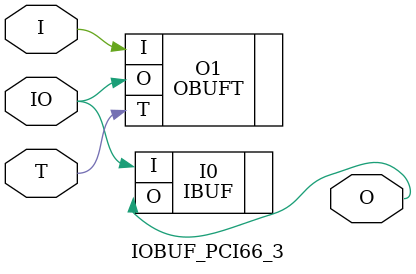
<source format=v>


`timescale  1 ps / 1 ps


module IOBUF_PCI66_3 (O, IO, I, T);

    output O;

    inout  IO;

    input  I, T;

        OBUFT #(.IOSTANDARD("PCI66_3") ) O1 (.O(IO), .I(I), .T(T)); 
	IBUF #(.IOSTANDARD("PCI66_3"))  I0 (.O(O), .I(IO));
        

endmodule



</source>
